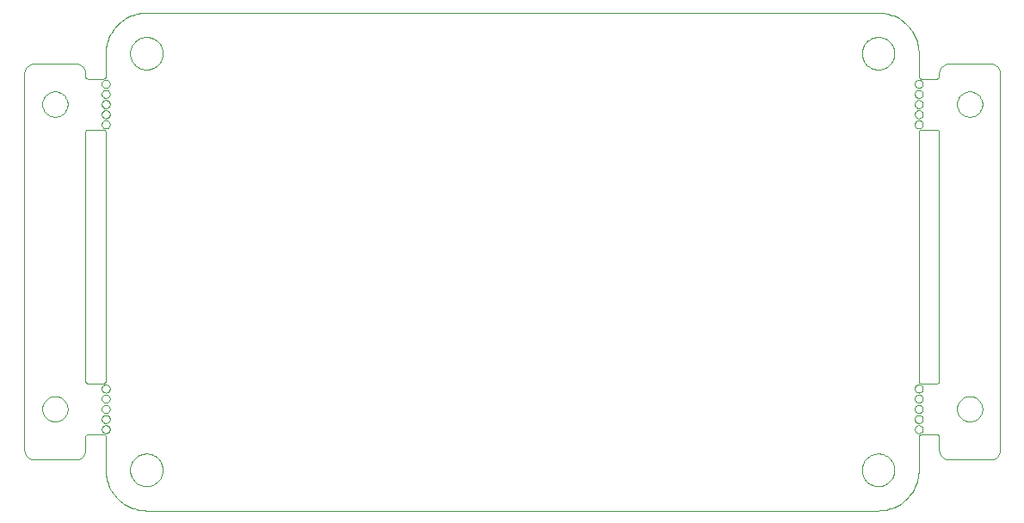
<source format=gbp>
G75*
G70*
%OFA0B0*%
%FSLAX24Y24*%
%IPPOS*%
%LPD*%
%AMOC8*
5,1,8,0,0,1.08239X$1,22.5*
%
%ADD10C,0.0000*%
D10*
X005612Y019785D02*
X033958Y019785D01*
X033328Y021360D02*
X033330Y021410D01*
X033336Y021460D01*
X033346Y021509D01*
X033360Y021557D01*
X033377Y021604D01*
X033398Y021649D01*
X033423Y021693D01*
X033451Y021734D01*
X033483Y021773D01*
X033517Y021810D01*
X033554Y021844D01*
X033594Y021874D01*
X033636Y021901D01*
X033680Y021925D01*
X033726Y021946D01*
X033773Y021962D01*
X033821Y021975D01*
X033871Y021984D01*
X033920Y021989D01*
X033971Y021990D01*
X034021Y021987D01*
X034070Y021980D01*
X034119Y021969D01*
X034167Y021954D01*
X034213Y021936D01*
X034258Y021914D01*
X034301Y021888D01*
X034342Y021859D01*
X034381Y021827D01*
X034417Y021792D01*
X034449Y021754D01*
X034479Y021714D01*
X034506Y021671D01*
X034529Y021627D01*
X034548Y021581D01*
X034564Y021533D01*
X034576Y021484D01*
X034584Y021435D01*
X034588Y021385D01*
X034588Y021335D01*
X034584Y021285D01*
X034576Y021236D01*
X034564Y021187D01*
X034548Y021139D01*
X034529Y021093D01*
X034506Y021049D01*
X034479Y021006D01*
X034449Y020966D01*
X034417Y020928D01*
X034381Y020893D01*
X034342Y020861D01*
X034301Y020832D01*
X034258Y020806D01*
X034213Y020784D01*
X034167Y020766D01*
X034119Y020751D01*
X034070Y020740D01*
X034021Y020733D01*
X033971Y020730D01*
X033920Y020731D01*
X033871Y020736D01*
X033821Y020745D01*
X033773Y020758D01*
X033726Y020774D01*
X033680Y020795D01*
X033636Y020819D01*
X033594Y020846D01*
X033554Y020876D01*
X033517Y020910D01*
X033483Y020947D01*
X033451Y020986D01*
X033423Y021027D01*
X033398Y021071D01*
X033377Y021116D01*
X033360Y021163D01*
X033346Y021211D01*
X033336Y021260D01*
X033330Y021310D01*
X033328Y021360D01*
X033958Y019785D02*
X034035Y019787D01*
X034112Y019793D01*
X034189Y019802D01*
X034265Y019815D01*
X034341Y019832D01*
X034415Y019853D01*
X034489Y019877D01*
X034561Y019905D01*
X034631Y019936D01*
X034700Y019971D01*
X034768Y020009D01*
X034833Y020050D01*
X034896Y020095D01*
X034957Y020143D01*
X035016Y020193D01*
X035072Y020246D01*
X035125Y020302D01*
X035175Y020361D01*
X035223Y020422D01*
X035268Y020485D01*
X035309Y020550D01*
X035347Y020618D01*
X035382Y020687D01*
X035413Y020757D01*
X035441Y020829D01*
X035465Y020903D01*
X035486Y020977D01*
X035503Y021053D01*
X035516Y021129D01*
X035525Y021206D01*
X035531Y021283D01*
X035533Y021360D01*
X035533Y022639D01*
X035534Y022656D01*
X035539Y022673D01*
X035546Y022688D01*
X035556Y022702D01*
X035568Y022714D01*
X035582Y022724D01*
X035597Y022731D01*
X035614Y022736D01*
X035631Y022737D01*
X035631Y022738D02*
X036222Y022738D01*
X036222Y022737D02*
X036239Y022736D01*
X036256Y022731D01*
X036271Y022724D01*
X036285Y022714D01*
X036297Y022702D01*
X036307Y022688D01*
X036314Y022673D01*
X036319Y022656D01*
X036320Y022639D01*
X036320Y022147D01*
X036322Y022108D01*
X036328Y022070D01*
X036337Y022033D01*
X036350Y021996D01*
X036367Y021961D01*
X036386Y021928D01*
X036409Y021897D01*
X036435Y021868D01*
X036464Y021842D01*
X036495Y021819D01*
X036528Y021800D01*
X036563Y021783D01*
X036600Y021770D01*
X036637Y021761D01*
X036675Y021755D01*
X036714Y021753D01*
X036714Y021754D02*
X038289Y021754D01*
X038289Y021753D02*
X038328Y021755D01*
X038366Y021761D01*
X038403Y021770D01*
X038440Y021783D01*
X038475Y021800D01*
X038508Y021819D01*
X038539Y021842D01*
X038568Y021868D01*
X038594Y021897D01*
X038617Y021928D01*
X038636Y021961D01*
X038653Y021996D01*
X038666Y022033D01*
X038675Y022070D01*
X038681Y022108D01*
X038683Y022147D01*
X038683Y036714D01*
X038681Y036753D01*
X038675Y036791D01*
X038666Y036828D01*
X038653Y036865D01*
X038636Y036900D01*
X038617Y036933D01*
X038594Y036964D01*
X038568Y036993D01*
X038539Y037019D01*
X038508Y037042D01*
X038475Y037061D01*
X038440Y037078D01*
X038403Y037091D01*
X038366Y037100D01*
X038328Y037106D01*
X038289Y037108D01*
X036714Y037108D01*
X036675Y037106D01*
X036637Y037100D01*
X036600Y037091D01*
X036563Y037078D01*
X036528Y037061D01*
X036495Y037042D01*
X036464Y037019D01*
X036435Y036993D01*
X036409Y036964D01*
X036386Y036933D01*
X036367Y036900D01*
X036350Y036865D01*
X036337Y036828D01*
X036328Y036791D01*
X036322Y036753D01*
X036320Y036714D01*
X036320Y036616D01*
X036319Y036599D01*
X036314Y036582D01*
X036307Y036567D01*
X036297Y036553D01*
X036285Y036541D01*
X036271Y036531D01*
X036256Y036524D01*
X036239Y036519D01*
X036222Y036518D01*
X036222Y036517D02*
X035631Y036517D01*
X035631Y036518D02*
X035614Y036519D01*
X035597Y036524D01*
X035582Y036531D01*
X035568Y036541D01*
X035556Y036553D01*
X035546Y036567D01*
X035539Y036582D01*
X035534Y036599D01*
X035533Y036616D01*
X035533Y037502D01*
X035376Y036320D02*
X035378Y036345D01*
X035384Y036369D01*
X035393Y036391D01*
X035406Y036412D01*
X035422Y036431D01*
X035441Y036447D01*
X035462Y036460D01*
X035484Y036469D01*
X035508Y036475D01*
X035533Y036477D01*
X035558Y036475D01*
X035582Y036469D01*
X035604Y036460D01*
X035625Y036447D01*
X035644Y036431D01*
X035660Y036412D01*
X035673Y036391D01*
X035682Y036369D01*
X035688Y036345D01*
X035690Y036320D01*
X035688Y036295D01*
X035682Y036271D01*
X035673Y036249D01*
X035660Y036228D01*
X035644Y036209D01*
X035625Y036193D01*
X035604Y036180D01*
X035582Y036171D01*
X035558Y036165D01*
X035533Y036163D01*
X035508Y036165D01*
X035484Y036171D01*
X035462Y036180D01*
X035441Y036193D01*
X035422Y036209D01*
X035406Y036228D01*
X035393Y036249D01*
X035384Y036271D01*
X035378Y036295D01*
X035376Y036320D01*
X035376Y035927D02*
X035378Y035952D01*
X035384Y035976D01*
X035393Y035998D01*
X035406Y036019D01*
X035422Y036038D01*
X035441Y036054D01*
X035462Y036067D01*
X035484Y036076D01*
X035508Y036082D01*
X035533Y036084D01*
X035558Y036082D01*
X035582Y036076D01*
X035604Y036067D01*
X035625Y036054D01*
X035644Y036038D01*
X035660Y036019D01*
X035673Y035998D01*
X035682Y035976D01*
X035688Y035952D01*
X035690Y035927D01*
X035688Y035902D01*
X035682Y035878D01*
X035673Y035856D01*
X035660Y035835D01*
X035644Y035816D01*
X035625Y035800D01*
X035604Y035787D01*
X035582Y035778D01*
X035558Y035772D01*
X035533Y035770D01*
X035508Y035772D01*
X035484Y035778D01*
X035462Y035787D01*
X035441Y035800D01*
X035422Y035816D01*
X035406Y035835D01*
X035393Y035856D01*
X035384Y035878D01*
X035378Y035902D01*
X035376Y035927D01*
X035376Y035533D02*
X035378Y035558D01*
X035384Y035582D01*
X035393Y035604D01*
X035406Y035625D01*
X035422Y035644D01*
X035441Y035660D01*
X035462Y035673D01*
X035484Y035682D01*
X035508Y035688D01*
X035533Y035690D01*
X035558Y035688D01*
X035582Y035682D01*
X035604Y035673D01*
X035625Y035660D01*
X035644Y035644D01*
X035660Y035625D01*
X035673Y035604D01*
X035682Y035582D01*
X035688Y035558D01*
X035690Y035533D01*
X035688Y035508D01*
X035682Y035484D01*
X035673Y035462D01*
X035660Y035441D01*
X035644Y035422D01*
X035625Y035406D01*
X035604Y035393D01*
X035582Y035384D01*
X035558Y035378D01*
X035533Y035376D01*
X035508Y035378D01*
X035484Y035384D01*
X035462Y035393D01*
X035441Y035406D01*
X035422Y035422D01*
X035406Y035441D01*
X035393Y035462D01*
X035384Y035484D01*
X035378Y035508D01*
X035376Y035533D01*
X035376Y035139D02*
X035378Y035164D01*
X035384Y035188D01*
X035393Y035210D01*
X035406Y035231D01*
X035422Y035250D01*
X035441Y035266D01*
X035462Y035279D01*
X035484Y035288D01*
X035508Y035294D01*
X035533Y035296D01*
X035558Y035294D01*
X035582Y035288D01*
X035604Y035279D01*
X035625Y035266D01*
X035644Y035250D01*
X035660Y035231D01*
X035673Y035210D01*
X035682Y035188D01*
X035688Y035164D01*
X035690Y035139D01*
X035688Y035114D01*
X035682Y035090D01*
X035673Y035068D01*
X035660Y035047D01*
X035644Y035028D01*
X035625Y035012D01*
X035604Y034999D01*
X035582Y034990D01*
X035558Y034984D01*
X035533Y034982D01*
X035508Y034984D01*
X035484Y034990D01*
X035462Y034999D01*
X035441Y035012D01*
X035422Y035028D01*
X035406Y035047D01*
X035393Y035068D01*
X035384Y035090D01*
X035378Y035114D01*
X035376Y035139D01*
X035376Y034746D02*
X035378Y034771D01*
X035384Y034795D01*
X035393Y034817D01*
X035406Y034838D01*
X035422Y034857D01*
X035441Y034873D01*
X035462Y034886D01*
X035484Y034895D01*
X035508Y034901D01*
X035533Y034903D01*
X035558Y034901D01*
X035582Y034895D01*
X035604Y034886D01*
X035625Y034873D01*
X035644Y034857D01*
X035660Y034838D01*
X035673Y034817D01*
X035682Y034795D01*
X035688Y034771D01*
X035690Y034746D01*
X035688Y034721D01*
X035682Y034697D01*
X035673Y034675D01*
X035660Y034654D01*
X035644Y034635D01*
X035625Y034619D01*
X035604Y034606D01*
X035582Y034597D01*
X035558Y034591D01*
X035533Y034589D01*
X035508Y034591D01*
X035484Y034597D01*
X035462Y034606D01*
X035441Y034619D01*
X035422Y034635D01*
X035406Y034654D01*
X035393Y034675D01*
X035384Y034697D01*
X035378Y034721D01*
X035376Y034746D01*
X035631Y034549D02*
X036222Y034549D01*
X036222Y034548D02*
X036239Y034547D01*
X036256Y034542D01*
X036271Y034535D01*
X036285Y034525D01*
X036297Y034513D01*
X036307Y034499D01*
X036314Y034484D01*
X036319Y034467D01*
X036320Y034450D01*
X036320Y024805D01*
X036319Y024788D01*
X036314Y024771D01*
X036307Y024756D01*
X036297Y024742D01*
X036285Y024730D01*
X036271Y024720D01*
X036256Y024713D01*
X036239Y024708D01*
X036222Y024707D01*
X036222Y024706D02*
X035631Y024706D01*
X035631Y024707D02*
X035614Y024708D01*
X035597Y024713D01*
X035582Y024720D01*
X035568Y024730D01*
X035556Y024742D01*
X035546Y024756D01*
X035539Y024771D01*
X035534Y024788D01*
X035533Y024805D01*
X035533Y034450D01*
X035534Y034467D01*
X035539Y034484D01*
X035546Y034499D01*
X035556Y034513D01*
X035568Y034525D01*
X035582Y034535D01*
X035597Y034542D01*
X035614Y034547D01*
X035631Y034548D01*
X037010Y035533D02*
X037012Y035577D01*
X037018Y035621D01*
X037028Y035664D01*
X037041Y035706D01*
X037059Y035746D01*
X037080Y035785D01*
X037104Y035822D01*
X037131Y035857D01*
X037162Y035889D01*
X037195Y035918D01*
X037231Y035944D01*
X037269Y035966D01*
X037309Y035985D01*
X037350Y036001D01*
X037393Y036013D01*
X037436Y036021D01*
X037480Y036025D01*
X037524Y036025D01*
X037568Y036021D01*
X037611Y036013D01*
X037654Y036001D01*
X037695Y035985D01*
X037735Y035966D01*
X037773Y035944D01*
X037809Y035918D01*
X037842Y035889D01*
X037873Y035857D01*
X037900Y035822D01*
X037924Y035785D01*
X037945Y035746D01*
X037963Y035706D01*
X037976Y035664D01*
X037986Y035621D01*
X037992Y035577D01*
X037994Y035533D01*
X037992Y035489D01*
X037986Y035445D01*
X037976Y035402D01*
X037963Y035360D01*
X037945Y035320D01*
X037924Y035281D01*
X037900Y035244D01*
X037873Y035209D01*
X037842Y035177D01*
X037809Y035148D01*
X037773Y035122D01*
X037735Y035100D01*
X037695Y035081D01*
X037654Y035065D01*
X037611Y035053D01*
X037568Y035045D01*
X037524Y035041D01*
X037480Y035041D01*
X037436Y035045D01*
X037393Y035053D01*
X037350Y035065D01*
X037309Y035081D01*
X037269Y035100D01*
X037231Y035122D01*
X037195Y035148D01*
X037162Y035177D01*
X037131Y035209D01*
X037104Y035244D01*
X037080Y035281D01*
X037059Y035320D01*
X037041Y035360D01*
X037028Y035402D01*
X037018Y035445D01*
X037012Y035489D01*
X037010Y035533D01*
X036320Y031202D02*
X036320Y027659D01*
X035376Y024509D02*
X035378Y024534D01*
X035384Y024558D01*
X035393Y024580D01*
X035406Y024601D01*
X035422Y024620D01*
X035441Y024636D01*
X035462Y024649D01*
X035484Y024658D01*
X035508Y024664D01*
X035533Y024666D01*
X035558Y024664D01*
X035582Y024658D01*
X035604Y024649D01*
X035625Y024636D01*
X035644Y024620D01*
X035660Y024601D01*
X035673Y024580D01*
X035682Y024558D01*
X035688Y024534D01*
X035690Y024509D01*
X035688Y024484D01*
X035682Y024460D01*
X035673Y024438D01*
X035660Y024417D01*
X035644Y024398D01*
X035625Y024382D01*
X035604Y024369D01*
X035582Y024360D01*
X035558Y024354D01*
X035533Y024352D01*
X035508Y024354D01*
X035484Y024360D01*
X035462Y024369D01*
X035441Y024382D01*
X035422Y024398D01*
X035406Y024417D01*
X035393Y024438D01*
X035384Y024460D01*
X035378Y024484D01*
X035376Y024509D01*
X035376Y024116D02*
X035378Y024141D01*
X035384Y024165D01*
X035393Y024187D01*
X035406Y024208D01*
X035422Y024227D01*
X035441Y024243D01*
X035462Y024256D01*
X035484Y024265D01*
X035508Y024271D01*
X035533Y024273D01*
X035558Y024271D01*
X035582Y024265D01*
X035604Y024256D01*
X035625Y024243D01*
X035644Y024227D01*
X035660Y024208D01*
X035673Y024187D01*
X035682Y024165D01*
X035688Y024141D01*
X035690Y024116D01*
X035688Y024091D01*
X035682Y024067D01*
X035673Y024045D01*
X035660Y024024D01*
X035644Y024005D01*
X035625Y023989D01*
X035604Y023976D01*
X035582Y023967D01*
X035558Y023961D01*
X035533Y023959D01*
X035508Y023961D01*
X035484Y023967D01*
X035462Y023976D01*
X035441Y023989D01*
X035422Y024005D01*
X035406Y024024D01*
X035393Y024045D01*
X035384Y024067D01*
X035378Y024091D01*
X035376Y024116D01*
X035376Y023722D02*
X035378Y023747D01*
X035384Y023771D01*
X035393Y023793D01*
X035406Y023814D01*
X035422Y023833D01*
X035441Y023849D01*
X035462Y023862D01*
X035484Y023871D01*
X035508Y023877D01*
X035533Y023879D01*
X035558Y023877D01*
X035582Y023871D01*
X035604Y023862D01*
X035625Y023849D01*
X035644Y023833D01*
X035660Y023814D01*
X035673Y023793D01*
X035682Y023771D01*
X035688Y023747D01*
X035690Y023722D01*
X035688Y023697D01*
X035682Y023673D01*
X035673Y023651D01*
X035660Y023630D01*
X035644Y023611D01*
X035625Y023595D01*
X035604Y023582D01*
X035582Y023573D01*
X035558Y023567D01*
X035533Y023565D01*
X035508Y023567D01*
X035484Y023573D01*
X035462Y023582D01*
X035441Y023595D01*
X035422Y023611D01*
X035406Y023630D01*
X035393Y023651D01*
X035384Y023673D01*
X035378Y023697D01*
X035376Y023722D01*
X035376Y023328D02*
X035378Y023353D01*
X035384Y023377D01*
X035393Y023399D01*
X035406Y023420D01*
X035422Y023439D01*
X035441Y023455D01*
X035462Y023468D01*
X035484Y023477D01*
X035508Y023483D01*
X035533Y023485D01*
X035558Y023483D01*
X035582Y023477D01*
X035604Y023468D01*
X035625Y023455D01*
X035644Y023439D01*
X035660Y023420D01*
X035673Y023399D01*
X035682Y023377D01*
X035688Y023353D01*
X035690Y023328D01*
X035688Y023303D01*
X035682Y023279D01*
X035673Y023257D01*
X035660Y023236D01*
X035644Y023217D01*
X035625Y023201D01*
X035604Y023188D01*
X035582Y023179D01*
X035558Y023173D01*
X035533Y023171D01*
X035508Y023173D01*
X035484Y023179D01*
X035462Y023188D01*
X035441Y023201D01*
X035422Y023217D01*
X035406Y023236D01*
X035393Y023257D01*
X035384Y023279D01*
X035378Y023303D01*
X035376Y023328D01*
X035376Y022935D02*
X035378Y022960D01*
X035384Y022984D01*
X035393Y023006D01*
X035406Y023027D01*
X035422Y023046D01*
X035441Y023062D01*
X035462Y023075D01*
X035484Y023084D01*
X035508Y023090D01*
X035533Y023092D01*
X035558Y023090D01*
X035582Y023084D01*
X035604Y023075D01*
X035625Y023062D01*
X035644Y023046D01*
X035660Y023027D01*
X035673Y023006D01*
X035682Y022984D01*
X035688Y022960D01*
X035690Y022935D01*
X035688Y022910D01*
X035682Y022886D01*
X035673Y022864D01*
X035660Y022843D01*
X035644Y022824D01*
X035625Y022808D01*
X035604Y022795D01*
X035582Y022786D01*
X035558Y022780D01*
X035533Y022778D01*
X035508Y022780D01*
X035484Y022786D01*
X035462Y022795D01*
X035441Y022808D01*
X035422Y022824D01*
X035406Y022843D01*
X035393Y022864D01*
X035384Y022886D01*
X035378Y022910D01*
X035376Y022935D01*
X037010Y023722D02*
X037012Y023766D01*
X037018Y023810D01*
X037028Y023853D01*
X037041Y023895D01*
X037059Y023935D01*
X037080Y023974D01*
X037104Y024011D01*
X037131Y024046D01*
X037162Y024078D01*
X037195Y024107D01*
X037231Y024133D01*
X037269Y024155D01*
X037309Y024174D01*
X037350Y024190D01*
X037393Y024202D01*
X037436Y024210D01*
X037480Y024214D01*
X037524Y024214D01*
X037568Y024210D01*
X037611Y024202D01*
X037654Y024190D01*
X037695Y024174D01*
X037735Y024155D01*
X037773Y024133D01*
X037809Y024107D01*
X037842Y024078D01*
X037873Y024046D01*
X037900Y024011D01*
X037924Y023974D01*
X037945Y023935D01*
X037963Y023895D01*
X037976Y023853D01*
X037986Y023810D01*
X037992Y023766D01*
X037994Y023722D01*
X037992Y023678D01*
X037986Y023634D01*
X037976Y023591D01*
X037963Y023549D01*
X037945Y023509D01*
X037924Y023470D01*
X037900Y023433D01*
X037873Y023398D01*
X037842Y023366D01*
X037809Y023337D01*
X037773Y023311D01*
X037735Y023289D01*
X037695Y023270D01*
X037654Y023254D01*
X037611Y023242D01*
X037568Y023234D01*
X037524Y023230D01*
X037480Y023230D01*
X037436Y023234D01*
X037393Y023242D01*
X037350Y023254D01*
X037309Y023270D01*
X037269Y023289D01*
X037231Y023311D01*
X037195Y023337D01*
X037162Y023366D01*
X037131Y023398D01*
X037104Y023433D01*
X037080Y023470D01*
X037059Y023509D01*
X037041Y023549D01*
X037028Y023591D01*
X037018Y023634D01*
X037012Y023678D01*
X037010Y023722D01*
X033328Y037502D02*
X033330Y037552D01*
X033336Y037602D01*
X033346Y037651D01*
X033360Y037699D01*
X033377Y037746D01*
X033398Y037791D01*
X033423Y037835D01*
X033451Y037876D01*
X033483Y037915D01*
X033517Y037952D01*
X033554Y037986D01*
X033594Y038016D01*
X033636Y038043D01*
X033680Y038067D01*
X033726Y038088D01*
X033773Y038104D01*
X033821Y038117D01*
X033871Y038126D01*
X033920Y038131D01*
X033971Y038132D01*
X034021Y038129D01*
X034070Y038122D01*
X034119Y038111D01*
X034167Y038096D01*
X034213Y038078D01*
X034258Y038056D01*
X034301Y038030D01*
X034342Y038001D01*
X034381Y037969D01*
X034417Y037934D01*
X034449Y037896D01*
X034479Y037856D01*
X034506Y037813D01*
X034529Y037769D01*
X034548Y037723D01*
X034564Y037675D01*
X034576Y037626D01*
X034584Y037577D01*
X034588Y037527D01*
X034588Y037477D01*
X034584Y037427D01*
X034576Y037378D01*
X034564Y037329D01*
X034548Y037281D01*
X034529Y037235D01*
X034506Y037191D01*
X034479Y037148D01*
X034449Y037108D01*
X034417Y037070D01*
X034381Y037035D01*
X034342Y037003D01*
X034301Y036974D01*
X034258Y036948D01*
X034213Y036926D01*
X034167Y036908D01*
X034119Y036893D01*
X034070Y036882D01*
X034021Y036875D01*
X033971Y036872D01*
X033920Y036873D01*
X033871Y036878D01*
X033821Y036887D01*
X033773Y036900D01*
X033726Y036916D01*
X033680Y036937D01*
X033636Y036961D01*
X033594Y036988D01*
X033554Y037018D01*
X033517Y037052D01*
X033483Y037089D01*
X033451Y037128D01*
X033423Y037169D01*
X033398Y037213D01*
X033377Y037258D01*
X033360Y037305D01*
X033346Y037353D01*
X033336Y037402D01*
X033330Y037452D01*
X033328Y037502D01*
X033958Y039077D02*
X034035Y039075D01*
X034112Y039069D01*
X034189Y039060D01*
X034265Y039047D01*
X034341Y039030D01*
X034415Y039009D01*
X034489Y038985D01*
X034561Y038957D01*
X034631Y038926D01*
X034700Y038891D01*
X034768Y038853D01*
X034833Y038812D01*
X034896Y038767D01*
X034957Y038719D01*
X035016Y038669D01*
X035072Y038616D01*
X035125Y038560D01*
X035175Y038501D01*
X035223Y038440D01*
X035268Y038377D01*
X035309Y038312D01*
X035347Y038244D01*
X035382Y038175D01*
X035413Y038105D01*
X035441Y038033D01*
X035465Y037959D01*
X035486Y037885D01*
X035503Y037809D01*
X035516Y037733D01*
X035525Y037656D01*
X035531Y037579D01*
X035533Y037502D01*
X033958Y039076D02*
X005612Y039076D01*
X004982Y037502D02*
X004984Y037552D01*
X004990Y037602D01*
X005000Y037651D01*
X005014Y037699D01*
X005031Y037746D01*
X005052Y037791D01*
X005077Y037835D01*
X005105Y037876D01*
X005137Y037915D01*
X005171Y037952D01*
X005208Y037986D01*
X005248Y038016D01*
X005290Y038043D01*
X005334Y038067D01*
X005380Y038088D01*
X005427Y038104D01*
X005475Y038117D01*
X005525Y038126D01*
X005574Y038131D01*
X005625Y038132D01*
X005675Y038129D01*
X005724Y038122D01*
X005773Y038111D01*
X005821Y038096D01*
X005867Y038078D01*
X005912Y038056D01*
X005955Y038030D01*
X005996Y038001D01*
X006035Y037969D01*
X006071Y037934D01*
X006103Y037896D01*
X006133Y037856D01*
X006160Y037813D01*
X006183Y037769D01*
X006202Y037723D01*
X006218Y037675D01*
X006230Y037626D01*
X006238Y037577D01*
X006242Y037527D01*
X006242Y037477D01*
X006238Y037427D01*
X006230Y037378D01*
X006218Y037329D01*
X006202Y037281D01*
X006183Y037235D01*
X006160Y037191D01*
X006133Y037148D01*
X006103Y037108D01*
X006071Y037070D01*
X006035Y037035D01*
X005996Y037003D01*
X005955Y036974D01*
X005912Y036948D01*
X005867Y036926D01*
X005821Y036908D01*
X005773Y036893D01*
X005724Y036882D01*
X005675Y036875D01*
X005625Y036872D01*
X005574Y036873D01*
X005525Y036878D01*
X005475Y036887D01*
X005427Y036900D01*
X005380Y036916D01*
X005334Y036937D01*
X005290Y036961D01*
X005248Y036988D01*
X005208Y037018D01*
X005171Y037052D01*
X005137Y037089D01*
X005105Y037128D01*
X005077Y037169D01*
X005052Y037213D01*
X005031Y037258D01*
X005014Y037305D01*
X005000Y037353D01*
X004990Y037402D01*
X004984Y037452D01*
X004982Y037502D01*
X004037Y037502D02*
X004039Y037579D01*
X004045Y037656D01*
X004054Y037733D01*
X004067Y037809D01*
X004084Y037885D01*
X004105Y037959D01*
X004129Y038033D01*
X004157Y038105D01*
X004188Y038175D01*
X004223Y038244D01*
X004261Y038312D01*
X004302Y038377D01*
X004347Y038440D01*
X004395Y038501D01*
X004445Y038560D01*
X004498Y038616D01*
X004554Y038669D01*
X004613Y038719D01*
X004674Y038767D01*
X004737Y038812D01*
X004802Y038853D01*
X004870Y038891D01*
X004939Y038926D01*
X005009Y038957D01*
X005081Y038985D01*
X005155Y039009D01*
X005229Y039030D01*
X005305Y039047D01*
X005381Y039060D01*
X005458Y039069D01*
X005535Y039075D01*
X005612Y039077D01*
X004037Y037502D02*
X004037Y036616D01*
X004036Y036599D01*
X004031Y036582D01*
X004024Y036567D01*
X004014Y036553D01*
X004002Y036541D01*
X003988Y036531D01*
X003973Y036524D01*
X003956Y036519D01*
X003939Y036518D01*
X003939Y036517D02*
X003348Y036517D01*
X003348Y036518D02*
X003331Y036519D01*
X003314Y036524D01*
X003299Y036531D01*
X003285Y036541D01*
X003273Y036553D01*
X003263Y036567D01*
X003256Y036582D01*
X003251Y036599D01*
X003250Y036616D01*
X003250Y036714D01*
X003248Y036753D01*
X003242Y036791D01*
X003233Y036828D01*
X003220Y036865D01*
X003203Y036900D01*
X003184Y036933D01*
X003161Y036964D01*
X003135Y036993D01*
X003106Y037019D01*
X003075Y037042D01*
X003042Y037061D01*
X003007Y037078D01*
X002970Y037091D01*
X002933Y037100D01*
X002895Y037106D01*
X002856Y037108D01*
X001281Y037108D01*
X001242Y037106D01*
X001204Y037100D01*
X001167Y037091D01*
X001130Y037078D01*
X001095Y037061D01*
X001062Y037042D01*
X001031Y037019D01*
X001002Y036993D01*
X000976Y036964D01*
X000953Y036933D01*
X000934Y036900D01*
X000917Y036865D01*
X000904Y036828D01*
X000895Y036791D01*
X000889Y036753D01*
X000887Y036714D01*
X000887Y022147D01*
X000889Y022108D01*
X000895Y022070D01*
X000904Y022033D01*
X000917Y021996D01*
X000934Y021961D01*
X000953Y021928D01*
X000976Y021897D01*
X001002Y021868D01*
X001031Y021842D01*
X001062Y021819D01*
X001095Y021800D01*
X001130Y021783D01*
X001167Y021770D01*
X001204Y021761D01*
X001242Y021755D01*
X001281Y021753D01*
X001281Y021754D02*
X002856Y021754D01*
X002856Y021753D02*
X002895Y021755D01*
X002933Y021761D01*
X002970Y021770D01*
X003007Y021783D01*
X003042Y021800D01*
X003075Y021819D01*
X003106Y021842D01*
X003135Y021868D01*
X003161Y021897D01*
X003184Y021928D01*
X003203Y021961D01*
X003220Y021996D01*
X003233Y022033D01*
X003242Y022070D01*
X003248Y022108D01*
X003250Y022147D01*
X003250Y022639D01*
X003251Y022656D01*
X003256Y022673D01*
X003263Y022688D01*
X003273Y022702D01*
X003285Y022714D01*
X003299Y022724D01*
X003314Y022731D01*
X003331Y022736D01*
X003348Y022737D01*
X003348Y022738D02*
X003939Y022738D01*
X003939Y022737D02*
X003956Y022736D01*
X003973Y022731D01*
X003988Y022724D01*
X004002Y022714D01*
X004014Y022702D01*
X004024Y022688D01*
X004031Y022673D01*
X004036Y022656D01*
X004037Y022639D01*
X004037Y021360D01*
X003880Y022935D02*
X003882Y022960D01*
X003888Y022984D01*
X003897Y023006D01*
X003910Y023027D01*
X003926Y023046D01*
X003945Y023062D01*
X003966Y023075D01*
X003988Y023084D01*
X004012Y023090D01*
X004037Y023092D01*
X004062Y023090D01*
X004086Y023084D01*
X004108Y023075D01*
X004129Y023062D01*
X004148Y023046D01*
X004164Y023027D01*
X004177Y023006D01*
X004186Y022984D01*
X004192Y022960D01*
X004194Y022935D01*
X004192Y022910D01*
X004186Y022886D01*
X004177Y022864D01*
X004164Y022843D01*
X004148Y022824D01*
X004129Y022808D01*
X004108Y022795D01*
X004086Y022786D01*
X004062Y022780D01*
X004037Y022778D01*
X004012Y022780D01*
X003988Y022786D01*
X003966Y022795D01*
X003945Y022808D01*
X003926Y022824D01*
X003910Y022843D01*
X003897Y022864D01*
X003888Y022886D01*
X003882Y022910D01*
X003880Y022935D01*
X003880Y023328D02*
X003882Y023353D01*
X003888Y023377D01*
X003897Y023399D01*
X003910Y023420D01*
X003926Y023439D01*
X003945Y023455D01*
X003966Y023468D01*
X003988Y023477D01*
X004012Y023483D01*
X004037Y023485D01*
X004062Y023483D01*
X004086Y023477D01*
X004108Y023468D01*
X004129Y023455D01*
X004148Y023439D01*
X004164Y023420D01*
X004177Y023399D01*
X004186Y023377D01*
X004192Y023353D01*
X004194Y023328D01*
X004192Y023303D01*
X004186Y023279D01*
X004177Y023257D01*
X004164Y023236D01*
X004148Y023217D01*
X004129Y023201D01*
X004108Y023188D01*
X004086Y023179D01*
X004062Y023173D01*
X004037Y023171D01*
X004012Y023173D01*
X003988Y023179D01*
X003966Y023188D01*
X003945Y023201D01*
X003926Y023217D01*
X003910Y023236D01*
X003897Y023257D01*
X003888Y023279D01*
X003882Y023303D01*
X003880Y023328D01*
X003880Y023722D02*
X003882Y023747D01*
X003888Y023771D01*
X003897Y023793D01*
X003910Y023814D01*
X003926Y023833D01*
X003945Y023849D01*
X003966Y023862D01*
X003988Y023871D01*
X004012Y023877D01*
X004037Y023879D01*
X004062Y023877D01*
X004086Y023871D01*
X004108Y023862D01*
X004129Y023849D01*
X004148Y023833D01*
X004164Y023814D01*
X004177Y023793D01*
X004186Y023771D01*
X004192Y023747D01*
X004194Y023722D01*
X004192Y023697D01*
X004186Y023673D01*
X004177Y023651D01*
X004164Y023630D01*
X004148Y023611D01*
X004129Y023595D01*
X004108Y023582D01*
X004086Y023573D01*
X004062Y023567D01*
X004037Y023565D01*
X004012Y023567D01*
X003988Y023573D01*
X003966Y023582D01*
X003945Y023595D01*
X003926Y023611D01*
X003910Y023630D01*
X003897Y023651D01*
X003888Y023673D01*
X003882Y023697D01*
X003880Y023722D01*
X003880Y024116D02*
X003882Y024141D01*
X003888Y024165D01*
X003897Y024187D01*
X003910Y024208D01*
X003926Y024227D01*
X003945Y024243D01*
X003966Y024256D01*
X003988Y024265D01*
X004012Y024271D01*
X004037Y024273D01*
X004062Y024271D01*
X004086Y024265D01*
X004108Y024256D01*
X004129Y024243D01*
X004148Y024227D01*
X004164Y024208D01*
X004177Y024187D01*
X004186Y024165D01*
X004192Y024141D01*
X004194Y024116D01*
X004192Y024091D01*
X004186Y024067D01*
X004177Y024045D01*
X004164Y024024D01*
X004148Y024005D01*
X004129Y023989D01*
X004108Y023976D01*
X004086Y023967D01*
X004062Y023961D01*
X004037Y023959D01*
X004012Y023961D01*
X003988Y023967D01*
X003966Y023976D01*
X003945Y023989D01*
X003926Y024005D01*
X003910Y024024D01*
X003897Y024045D01*
X003888Y024067D01*
X003882Y024091D01*
X003880Y024116D01*
X003880Y024509D02*
X003882Y024534D01*
X003888Y024558D01*
X003897Y024580D01*
X003910Y024601D01*
X003926Y024620D01*
X003945Y024636D01*
X003966Y024649D01*
X003988Y024658D01*
X004012Y024664D01*
X004037Y024666D01*
X004062Y024664D01*
X004086Y024658D01*
X004108Y024649D01*
X004129Y024636D01*
X004148Y024620D01*
X004164Y024601D01*
X004177Y024580D01*
X004186Y024558D01*
X004192Y024534D01*
X004194Y024509D01*
X004192Y024484D01*
X004186Y024460D01*
X004177Y024438D01*
X004164Y024417D01*
X004148Y024398D01*
X004129Y024382D01*
X004108Y024369D01*
X004086Y024360D01*
X004062Y024354D01*
X004037Y024352D01*
X004012Y024354D01*
X003988Y024360D01*
X003966Y024369D01*
X003945Y024382D01*
X003926Y024398D01*
X003910Y024417D01*
X003897Y024438D01*
X003888Y024460D01*
X003882Y024484D01*
X003880Y024509D01*
X003939Y024706D02*
X003348Y024706D01*
X003348Y024707D02*
X003331Y024708D01*
X003314Y024713D01*
X003299Y024720D01*
X003285Y024730D01*
X003273Y024742D01*
X003263Y024756D01*
X003256Y024771D01*
X003251Y024788D01*
X003250Y024805D01*
X003250Y034450D01*
X003251Y034467D01*
X003256Y034484D01*
X003263Y034499D01*
X003273Y034513D01*
X003285Y034525D01*
X003299Y034535D01*
X003314Y034542D01*
X003331Y034547D01*
X003348Y034548D01*
X003348Y034549D02*
X003939Y034549D01*
X003939Y034548D02*
X003956Y034547D01*
X003973Y034542D01*
X003988Y034535D01*
X004002Y034525D01*
X004014Y034513D01*
X004024Y034499D01*
X004031Y034484D01*
X004036Y034467D01*
X004037Y034450D01*
X004037Y024805D01*
X004036Y024788D01*
X004031Y024771D01*
X004024Y024756D01*
X004014Y024742D01*
X004002Y024730D01*
X003988Y024720D01*
X003973Y024713D01*
X003956Y024708D01*
X003939Y024707D01*
X001577Y023722D02*
X001579Y023766D01*
X001585Y023810D01*
X001595Y023853D01*
X001608Y023895D01*
X001626Y023935D01*
X001647Y023974D01*
X001671Y024011D01*
X001698Y024046D01*
X001729Y024078D01*
X001762Y024107D01*
X001798Y024133D01*
X001836Y024155D01*
X001876Y024174D01*
X001917Y024190D01*
X001960Y024202D01*
X002003Y024210D01*
X002047Y024214D01*
X002091Y024214D01*
X002135Y024210D01*
X002178Y024202D01*
X002221Y024190D01*
X002262Y024174D01*
X002302Y024155D01*
X002340Y024133D01*
X002376Y024107D01*
X002409Y024078D01*
X002440Y024046D01*
X002467Y024011D01*
X002491Y023974D01*
X002512Y023935D01*
X002530Y023895D01*
X002543Y023853D01*
X002553Y023810D01*
X002559Y023766D01*
X002561Y023722D01*
X002559Y023678D01*
X002553Y023634D01*
X002543Y023591D01*
X002530Y023549D01*
X002512Y023509D01*
X002491Y023470D01*
X002467Y023433D01*
X002440Y023398D01*
X002409Y023366D01*
X002376Y023337D01*
X002340Y023311D01*
X002302Y023289D01*
X002262Y023270D01*
X002221Y023254D01*
X002178Y023242D01*
X002135Y023234D01*
X002091Y023230D01*
X002047Y023230D01*
X002003Y023234D01*
X001960Y023242D01*
X001917Y023254D01*
X001876Y023270D01*
X001836Y023289D01*
X001798Y023311D01*
X001762Y023337D01*
X001729Y023366D01*
X001698Y023398D01*
X001671Y023433D01*
X001647Y023470D01*
X001626Y023509D01*
X001608Y023549D01*
X001595Y023591D01*
X001585Y023634D01*
X001579Y023678D01*
X001577Y023722D01*
X004982Y021360D02*
X004984Y021410D01*
X004990Y021460D01*
X005000Y021509D01*
X005014Y021557D01*
X005031Y021604D01*
X005052Y021649D01*
X005077Y021693D01*
X005105Y021734D01*
X005137Y021773D01*
X005171Y021810D01*
X005208Y021844D01*
X005248Y021874D01*
X005290Y021901D01*
X005334Y021925D01*
X005380Y021946D01*
X005427Y021962D01*
X005475Y021975D01*
X005525Y021984D01*
X005574Y021989D01*
X005625Y021990D01*
X005675Y021987D01*
X005724Y021980D01*
X005773Y021969D01*
X005821Y021954D01*
X005867Y021936D01*
X005912Y021914D01*
X005955Y021888D01*
X005996Y021859D01*
X006035Y021827D01*
X006071Y021792D01*
X006103Y021754D01*
X006133Y021714D01*
X006160Y021671D01*
X006183Y021627D01*
X006202Y021581D01*
X006218Y021533D01*
X006230Y021484D01*
X006238Y021435D01*
X006242Y021385D01*
X006242Y021335D01*
X006238Y021285D01*
X006230Y021236D01*
X006218Y021187D01*
X006202Y021139D01*
X006183Y021093D01*
X006160Y021049D01*
X006133Y021006D01*
X006103Y020966D01*
X006071Y020928D01*
X006035Y020893D01*
X005996Y020861D01*
X005955Y020832D01*
X005912Y020806D01*
X005867Y020784D01*
X005821Y020766D01*
X005773Y020751D01*
X005724Y020740D01*
X005675Y020733D01*
X005625Y020730D01*
X005574Y020731D01*
X005525Y020736D01*
X005475Y020745D01*
X005427Y020758D01*
X005380Y020774D01*
X005334Y020795D01*
X005290Y020819D01*
X005248Y020846D01*
X005208Y020876D01*
X005171Y020910D01*
X005137Y020947D01*
X005105Y020986D01*
X005077Y021027D01*
X005052Y021071D01*
X005031Y021116D01*
X005014Y021163D01*
X005000Y021211D01*
X004990Y021260D01*
X004984Y021310D01*
X004982Y021360D01*
X004037Y021360D02*
X004039Y021283D01*
X004045Y021206D01*
X004054Y021129D01*
X004067Y021053D01*
X004084Y020977D01*
X004105Y020903D01*
X004129Y020829D01*
X004157Y020757D01*
X004188Y020687D01*
X004223Y020618D01*
X004261Y020550D01*
X004302Y020485D01*
X004347Y020422D01*
X004395Y020361D01*
X004445Y020302D01*
X004498Y020246D01*
X004554Y020193D01*
X004613Y020143D01*
X004674Y020095D01*
X004737Y020050D01*
X004802Y020009D01*
X004870Y019971D01*
X004939Y019936D01*
X005009Y019905D01*
X005081Y019877D01*
X005155Y019853D01*
X005229Y019832D01*
X005305Y019815D01*
X005381Y019802D01*
X005458Y019793D01*
X005535Y019787D01*
X005612Y019785D01*
X003880Y034746D02*
X003882Y034771D01*
X003888Y034795D01*
X003897Y034817D01*
X003910Y034838D01*
X003926Y034857D01*
X003945Y034873D01*
X003966Y034886D01*
X003988Y034895D01*
X004012Y034901D01*
X004037Y034903D01*
X004062Y034901D01*
X004086Y034895D01*
X004108Y034886D01*
X004129Y034873D01*
X004148Y034857D01*
X004164Y034838D01*
X004177Y034817D01*
X004186Y034795D01*
X004192Y034771D01*
X004194Y034746D01*
X004192Y034721D01*
X004186Y034697D01*
X004177Y034675D01*
X004164Y034654D01*
X004148Y034635D01*
X004129Y034619D01*
X004108Y034606D01*
X004086Y034597D01*
X004062Y034591D01*
X004037Y034589D01*
X004012Y034591D01*
X003988Y034597D01*
X003966Y034606D01*
X003945Y034619D01*
X003926Y034635D01*
X003910Y034654D01*
X003897Y034675D01*
X003888Y034697D01*
X003882Y034721D01*
X003880Y034746D01*
X003880Y035139D02*
X003882Y035164D01*
X003888Y035188D01*
X003897Y035210D01*
X003910Y035231D01*
X003926Y035250D01*
X003945Y035266D01*
X003966Y035279D01*
X003988Y035288D01*
X004012Y035294D01*
X004037Y035296D01*
X004062Y035294D01*
X004086Y035288D01*
X004108Y035279D01*
X004129Y035266D01*
X004148Y035250D01*
X004164Y035231D01*
X004177Y035210D01*
X004186Y035188D01*
X004192Y035164D01*
X004194Y035139D01*
X004192Y035114D01*
X004186Y035090D01*
X004177Y035068D01*
X004164Y035047D01*
X004148Y035028D01*
X004129Y035012D01*
X004108Y034999D01*
X004086Y034990D01*
X004062Y034984D01*
X004037Y034982D01*
X004012Y034984D01*
X003988Y034990D01*
X003966Y034999D01*
X003945Y035012D01*
X003926Y035028D01*
X003910Y035047D01*
X003897Y035068D01*
X003888Y035090D01*
X003882Y035114D01*
X003880Y035139D01*
X003880Y035533D02*
X003882Y035558D01*
X003888Y035582D01*
X003897Y035604D01*
X003910Y035625D01*
X003926Y035644D01*
X003945Y035660D01*
X003966Y035673D01*
X003988Y035682D01*
X004012Y035688D01*
X004037Y035690D01*
X004062Y035688D01*
X004086Y035682D01*
X004108Y035673D01*
X004129Y035660D01*
X004148Y035644D01*
X004164Y035625D01*
X004177Y035604D01*
X004186Y035582D01*
X004192Y035558D01*
X004194Y035533D01*
X004192Y035508D01*
X004186Y035484D01*
X004177Y035462D01*
X004164Y035441D01*
X004148Y035422D01*
X004129Y035406D01*
X004108Y035393D01*
X004086Y035384D01*
X004062Y035378D01*
X004037Y035376D01*
X004012Y035378D01*
X003988Y035384D01*
X003966Y035393D01*
X003945Y035406D01*
X003926Y035422D01*
X003910Y035441D01*
X003897Y035462D01*
X003888Y035484D01*
X003882Y035508D01*
X003880Y035533D01*
X003880Y035927D02*
X003882Y035952D01*
X003888Y035976D01*
X003897Y035998D01*
X003910Y036019D01*
X003926Y036038D01*
X003945Y036054D01*
X003966Y036067D01*
X003988Y036076D01*
X004012Y036082D01*
X004037Y036084D01*
X004062Y036082D01*
X004086Y036076D01*
X004108Y036067D01*
X004129Y036054D01*
X004148Y036038D01*
X004164Y036019D01*
X004177Y035998D01*
X004186Y035976D01*
X004192Y035952D01*
X004194Y035927D01*
X004192Y035902D01*
X004186Y035878D01*
X004177Y035856D01*
X004164Y035835D01*
X004148Y035816D01*
X004129Y035800D01*
X004108Y035787D01*
X004086Y035778D01*
X004062Y035772D01*
X004037Y035770D01*
X004012Y035772D01*
X003988Y035778D01*
X003966Y035787D01*
X003945Y035800D01*
X003926Y035816D01*
X003910Y035835D01*
X003897Y035856D01*
X003888Y035878D01*
X003882Y035902D01*
X003880Y035927D01*
X003880Y036320D02*
X003882Y036345D01*
X003888Y036369D01*
X003897Y036391D01*
X003910Y036412D01*
X003926Y036431D01*
X003945Y036447D01*
X003966Y036460D01*
X003988Y036469D01*
X004012Y036475D01*
X004037Y036477D01*
X004062Y036475D01*
X004086Y036469D01*
X004108Y036460D01*
X004129Y036447D01*
X004148Y036431D01*
X004164Y036412D01*
X004177Y036391D01*
X004186Y036369D01*
X004192Y036345D01*
X004194Y036320D01*
X004192Y036295D01*
X004186Y036271D01*
X004177Y036249D01*
X004164Y036228D01*
X004148Y036209D01*
X004129Y036193D01*
X004108Y036180D01*
X004086Y036171D01*
X004062Y036165D01*
X004037Y036163D01*
X004012Y036165D01*
X003988Y036171D01*
X003966Y036180D01*
X003945Y036193D01*
X003926Y036209D01*
X003910Y036228D01*
X003897Y036249D01*
X003888Y036271D01*
X003882Y036295D01*
X003880Y036320D01*
X001577Y035533D02*
X001579Y035577D01*
X001585Y035621D01*
X001595Y035664D01*
X001608Y035706D01*
X001626Y035746D01*
X001647Y035785D01*
X001671Y035822D01*
X001698Y035857D01*
X001729Y035889D01*
X001762Y035918D01*
X001798Y035944D01*
X001836Y035966D01*
X001876Y035985D01*
X001917Y036001D01*
X001960Y036013D01*
X002003Y036021D01*
X002047Y036025D01*
X002091Y036025D01*
X002135Y036021D01*
X002178Y036013D01*
X002221Y036001D01*
X002262Y035985D01*
X002302Y035966D01*
X002340Y035944D01*
X002376Y035918D01*
X002409Y035889D01*
X002440Y035857D01*
X002467Y035822D01*
X002491Y035785D01*
X002512Y035746D01*
X002530Y035706D01*
X002543Y035664D01*
X002553Y035621D01*
X002559Y035577D01*
X002561Y035533D01*
X002559Y035489D01*
X002553Y035445D01*
X002543Y035402D01*
X002530Y035360D01*
X002512Y035320D01*
X002491Y035281D01*
X002467Y035244D01*
X002440Y035209D01*
X002409Y035177D01*
X002376Y035148D01*
X002340Y035122D01*
X002302Y035100D01*
X002262Y035081D01*
X002221Y035065D01*
X002178Y035053D01*
X002135Y035045D01*
X002091Y035041D01*
X002047Y035041D01*
X002003Y035045D01*
X001960Y035053D01*
X001917Y035065D01*
X001876Y035081D01*
X001836Y035100D01*
X001798Y035122D01*
X001762Y035148D01*
X001729Y035177D01*
X001698Y035209D01*
X001671Y035244D01*
X001647Y035281D01*
X001626Y035320D01*
X001608Y035360D01*
X001595Y035402D01*
X001585Y035445D01*
X001579Y035489D01*
X001577Y035533D01*
M02*

</source>
